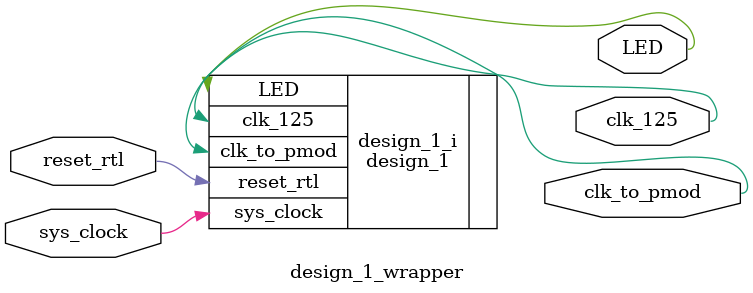
<source format=v>
`timescale 1 ps / 1 ps

module design_1_wrapper
   (LED,
    clk_125,
    clk_to_pmod,
    reset_rtl,
    sys_clock);
  output LED;
  output clk_125;
  output clk_to_pmod;
  input reset_rtl;
  input sys_clock;

  wire LED;
  wire clk_125;
  wire clk_to_pmod;
  wire reset_rtl;
  wire sys_clock;

  design_1 design_1_i
       (.LED(LED),
        .clk_125(clk_125),
        .clk_to_pmod(clk_to_pmod),
        .reset_rtl(reset_rtl),
        .sys_clock(sys_clock));
endmodule

</source>
